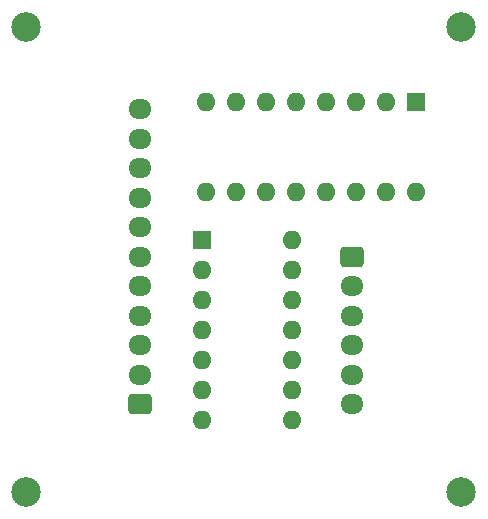
<source format=gbr>
%TF.GenerationSoftware,KiCad,Pcbnew,(6.0.6)*%
%TF.CreationDate,2022-10-10T23:24:50+05:30*%
%TF.ProjectId,exp2,65787032-2e6b-4696-9361-645f70636258,rev?*%
%TF.SameCoordinates,Original*%
%TF.FileFunction,Soldermask,Top*%
%TF.FilePolarity,Negative*%
%FSLAX46Y46*%
G04 Gerber Fmt 4.6, Leading zero omitted, Abs format (unit mm)*
G04 Created by KiCad (PCBNEW (6.0.6)) date 2022-10-10 23:24:50*
%MOMM*%
%LPD*%
G01*
G04 APERTURE LIST*
G04 Aperture macros list*
%AMRoundRect*
0 Rectangle with rounded corners*
0 $1 Rounding radius*
0 $2 $3 $4 $5 $6 $7 $8 $9 X,Y pos of 4 corners*
0 Add a 4 corners polygon primitive as box body*
4,1,4,$2,$3,$4,$5,$6,$7,$8,$9,$2,$3,0*
0 Add four circle primitives for the rounded corners*
1,1,$1+$1,$2,$3*
1,1,$1+$1,$4,$5*
1,1,$1+$1,$6,$7*
1,1,$1+$1,$8,$9*
0 Add four rect primitives between the rounded corners*
20,1,$1+$1,$2,$3,$4,$5,0*
20,1,$1+$1,$4,$5,$6,$7,0*
20,1,$1+$1,$6,$7,$8,$9,0*
20,1,$1+$1,$8,$9,$2,$3,0*%
G04 Aperture macros list end*
%ADD10C,2.500000*%
%ADD11RoundRect,0.250000X-0.725000X0.600000X-0.725000X-0.600000X0.725000X-0.600000X0.725000X0.600000X0*%
%ADD12O,1.950000X1.700000*%
%ADD13R,1.600000X1.600000*%
%ADD14O,1.600000X1.600000*%
%ADD15RoundRect,0.250000X0.725000X-0.600000X0.725000X0.600000X-0.725000X0.600000X-0.725000X-0.600000X0*%
G04 APERTURE END LIST*
D10*
%TO.C,H4*%
X101600000Y-119380000D03*
%TD*%
%TO.C,H3*%
X101600000Y-80010000D03*
%TD*%
%TO.C,H2*%
X138430000Y-80010000D03*
%TD*%
%TO.C,H1*%
X138430000Y-119380000D03*
%TD*%
D11*
%TO.C,J2*%
X129127500Y-99460000D03*
D12*
X129127500Y-101960000D03*
X129127500Y-104460000D03*
X129127500Y-106960000D03*
X129127500Y-109460000D03*
X129127500Y-111960000D03*
%TD*%
D13*
%TO.C,U2*%
X134620000Y-86360000D03*
D14*
X132080000Y-86360000D03*
X129540000Y-86360000D03*
X127000000Y-86360000D03*
X124460000Y-86360000D03*
X121920000Y-86360000D03*
X119380000Y-86360000D03*
X116840000Y-86360000D03*
X116840000Y-93980000D03*
X119380000Y-93980000D03*
X121920000Y-93980000D03*
X124460000Y-93980000D03*
X127000000Y-93980000D03*
X129540000Y-93980000D03*
X132080000Y-93980000D03*
X134620000Y-93980000D03*
%TD*%
D15*
%TO.C,J1*%
X111240000Y-111980000D03*
D12*
X111240000Y-109480000D03*
X111240000Y-106980000D03*
X111240000Y-104480000D03*
X111240000Y-101980000D03*
X111240000Y-99480000D03*
X111240000Y-96980000D03*
X111240000Y-94480000D03*
X111240000Y-91980000D03*
X111240000Y-89480000D03*
X111240000Y-86980000D03*
%TD*%
D13*
%TO.C,U1*%
X116510000Y-98065000D03*
D14*
X116510000Y-100605000D03*
X116510000Y-103145000D03*
X116510000Y-105685000D03*
X116510000Y-108225000D03*
X116510000Y-110765000D03*
X116510000Y-113305000D03*
X124130000Y-113305000D03*
X124130000Y-110765000D03*
X124130000Y-108225000D03*
X124130000Y-105685000D03*
X124130000Y-103145000D03*
X124130000Y-100605000D03*
X124130000Y-98065000D03*
%TD*%
M02*

</source>
